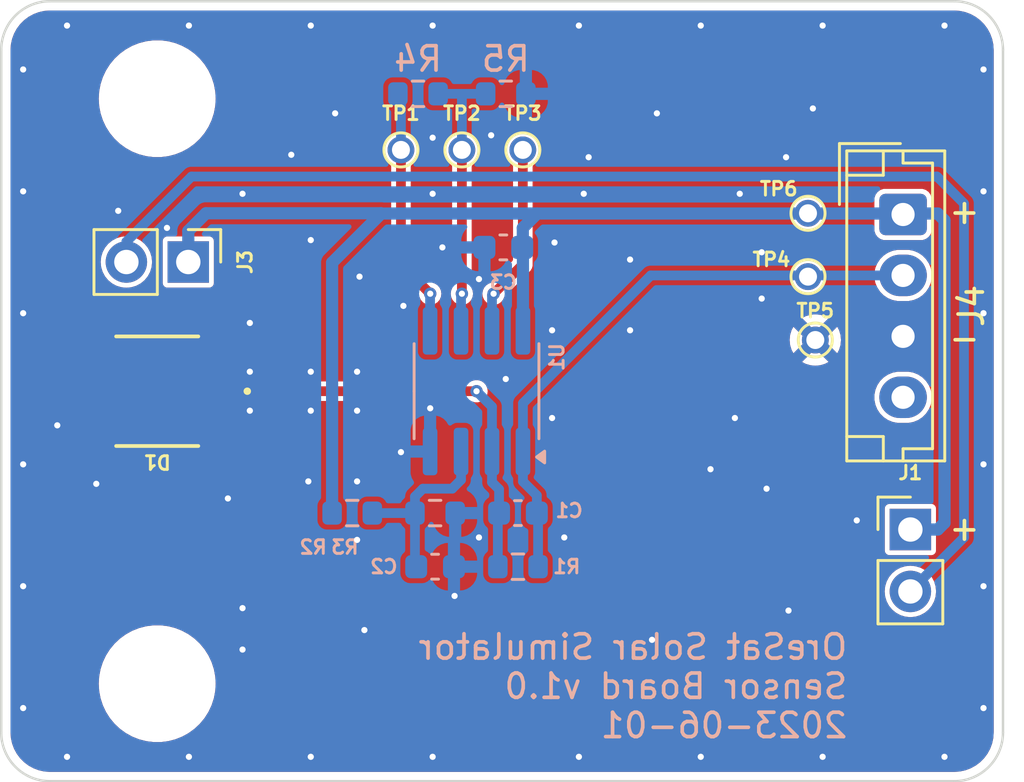
<source format=kicad_pcb>
(kicad_pcb (version 20240108) (generator "pcbnew") (generator_version "8.0")
  (layers (0 "F.Cu" signal) (31 "B.Cu" signal) (34 "B.Paste" user) (35 "F.Paste" user) (36 "B.SilkS" user "B.Silkscreen") (37 "F.SilkS" user "F.Silkscreen") (38 "B.Mask" user) (39 "F.Mask" user) (44 "Edge.Cuts" user))
  (net 0 "")
  (net 1 "Net-(D1-K)")
  (net 2 "Net-(U1A-+)")
  (net 3 "GND")
  (net 4 "Net-(J4-Pin_2)")
  (net 5 "Net-(J1-Pin_2)")
  (net 6 "+3.3V")
  (net 7 "Net-(U1B-+)")
  (net 8 "Net-(U1B--)")
  (net 9 "Net-(TP3-Pad1)")
  (footprint "Connector_JST:JST_EH_B4B-EH-A_1x04_P2.50mm_Vertical" (layer "F.Cu") (at 138.3 60.75 -90)
    (property "Reference" "J4" (at 3.75 -2.8 90) (layer "F.SilkS"))
    (property "Value" "Conn_01x04")
    (fp_line (start -2.91 2.61) (end -0.41 2.61) (stroke (width 0.12)) (layer "F.SilkS"))
    (fp_line (start -2.61 2.31) (end 10.11 2.31) (stroke (width 0.12)) (layer "F.SilkS"))
    (fp_line (start 10.11 2.31) (end 10.11 -1.71) (stroke (width 0.12)) (layer "F.SilkS"))
    (fp_line (start -2.61 0.81) (end -1.61 0.81) (stroke (width 0.12)) (layer "F.SilkS"))
    (fp_line (start -1.61 0.81) (end -1.61 2.31) (stroke (width 0.12)) (layer "F.SilkS"))
    (fp_line (start 9.11 0.81) (end 9.11 2.31) (stroke (width 0.12)) (layer "F.SilkS"))
    (fp_line (start 10.11 0.81) (end 9.11 0.81) (stroke (width 0.12)) (layer "F.SilkS"))
    (fp_line (start -2.91 0.11) (end -2.91 2.61) (stroke (width 0.12)) (layer "F.SilkS"))
    (fp_line (start -2.61 0) (end -2.11 0) (stroke (width 0.12)) (layer "F.SilkS"))
    (fp_line (start -2.11 0) (end -2.11 -1.21) (stroke (width 0.12)) (layer "F.SilkS"))
    (fp_line (start 9.61 0) (end 10.11 0) (stroke (width 0.12)) (layer "F.SilkS"))
    (fp_line (start -2.11 -1.21) (end 9.61 -1.21) (stroke (width 0.12)) (layer "F.SilkS"))
    (fp_line (start 9.61 -1.21) (end 9.61 0) (stroke (width 0.12)) (layer "F.SilkS"))
    (fp_line (start -2.61 -1.71) (end -2.61 2.31) (stroke (width 0.12)) (layer "F.SilkS"))
    (fp_line (start 10.11 -1.71) (end -2.61 -1.71) (stroke (width 0.12)) (layer "F.SilkS"))
    (pad "1" thru_hole roundrect (at 0 0 270) (size 1.7 1.95) (drill 0.95) (layers "*.Cu" "*.Mask") (roundrect_rratio 0.147059) (net 6 "+3.3V"))
    (pad "2" thru_hole oval (at 2.5 0 270) (size 1.7 1.95) (drill 0.95) (layers "*.Cu" "*.Mask") (net 4 "Net-(J4-Pin_2)"))
    (pad "3" thru_hole oval (at 5 0 270) (size 1.7 1.95) (drill 0.95) (layers "*.Cu" "*.Mask") (net 3 "GND"))
    (pad "4" thru_hole oval (at 7.5 0 270) (size 1.7 1.95) (drill 0.95) (layers "*.Cu" "*.Mask"))
  )
  (footprint "oresat-misc:TestPoint-MinTH" (layer "F.Cu") (at 134.4 63.3)
    (property "Reference" "TP4" (at -1.5 -0.7 0) (layer "F.SilkS") (effects (font (size 0.56 0.56) (thickness 0.12))))
    (property "Value" "TestPoint-MinTH" (hide yes))
    (fp_circle (center 0 0) (end 0.7 0) (stroke (width 0.12)) (fill none) (layer "F.SilkS"))
    (pad "1" thru_hole circle (at 0 0) (size 1.1 1.1) (drill 0.7366) (property pad_prop_testpoint) (layers "*.Cu" "*.Mask") (net 4 "Net-(J4-Pin_2)"))
  )
  (footprint "oresat-diodes:PDB-C171" (layer "F.Cu") (at 107.7 68 180)
    (property "Reference" "D1" (at 0 -2.9 180) (layer "F.SilkS") (effects (font (size 0.56 0.56) (thickness 0.12))))
    (property "Value" "PDB-C171SM")
    (fp_line (start 1.68635 -2.2479) (end -1.68635 -2.2479) (stroke (width 0.1524)) (layer "F.SilkS"))
    (fp_line (start -1.68635 2.2479) (end 1.68635 2.2479) (stroke (width 0.1524)) (layer "F.SilkS"))
    (fp_circle (center -3.6957 0) (end -3.6195 0) (stroke (width 0.1524)) (fill none) (layer "F.SilkS"))
    (pad "1" smd rect (at -2.4257 0 180) (size 0.8636 4.2418) (layers "F.Cu" "F.Paste" "F.Mask") (net 1 "Net-(D1-K)"))
    (pad "2" smd rect (at 2.4257 0 180) (size 0.8636 4.2418) (layers "F.Cu" "F.Paste" "F.Mask") (net 3 "GND"))
    (zone (net 0) (net_name "") (layer "F.Cu") (connect_pads (clearance 0)) (min_thickness 0.254)
      (keepout (tracks not_allowed) (vias not_allowed) (pads allowed) (copperpour not_allowed) (footprints allowed))
      (fill (thermal_gap 0.508) (thermal_bridge_width 0.508))
      (polygon (pts (xy 109.6431 70.0701) (xy 105.7569 70.0701) (xy 105.7569 65.9299) (xy 109.6431 65.9299)))
    )
  )
  (footprint "Connector_PinHeader_2.54mm:PinHeader_1x02_P2.54mm_Vertical" (layer "F.Cu") (at 138.6 73.675)
    (property "Reference" "J1" (at 0 -2.33 0) (layer "F.SilkS") (effects (font (size 0.56 0.56) (thickness 0.12))))
    (property "Value" "Conn_01x02")
    (fp_line (start -1.33 -1.33) (end 0 -1.33) (stroke (width 0.12)) (layer "F.SilkS"))
    (fp_line (start -1.33 0) (end -1.33 -1.33) (stroke (width 0.12)) (layer "F.SilkS"))
    (fp_line (start -1.33 1.27) (end -1.33 3.87) (stroke (width 0.12)) (layer "F.SilkS"))
    (fp_line (start -1.33 1.27) (end 1.33 1.27) (stroke (width 0.12)) (layer "F.SilkS"))
    (fp_line (start -1.33 3.87) (end 1.33 3.87) (stroke (width 0.12)) (layer "F.SilkS"))
    (fp_line (start 1.33 1.27) (end 1.33 3.87) (stroke (width 0.12)) (layer "F.SilkS"))
    (pad "1" thru_hole rect (at 0 0) (size 1.7 1.7) (drill 1) (layers "*.Cu" "*.Mask") (net 6 "+3.3V"))
    (pad "2" thru_hole oval (at 0 2.54) (size 1.7 1.7) (drill 1) (layers "*.Cu" "*.Mask") (net 5 "Net-(J1-Pin_2)"))
  )
  (footprint "oresat-misc:TestPoint-MinTH" (layer "F.Cu") (at 117.7 58.1)
    (property "Reference" "TP1" (at 0 -1.5 0) (layer "F.SilkS") (effects (font (size 0.56 0.56) (thickness 0.12))))
    (property "Value" "TestPoint-MinTH" (hide yes))
    (fp_circle (center 0 0) (end 0.7 0) (stroke (width 0.12)) (fill none) (layer "F.SilkS"))
    (pad "1" thru_hole circle (at 0 0) (size 1.1 1.1) (drill 0.7366) (property pad_prop_testpoint) (layers "*.Cu" "*.Mask") (net 7 "Net-(U1B-+)"))
  )
  (footprint "oresat-misc:TestPoint-MinTH" (layer "F.Cu") (at 122.7 58.1)
    (property "Reference" "TP3" (at 0 -1.5 0) (layer "F.SilkS") (effects (font (size 0.56 0.56) (thickness 0.12))))
    (property "Value" "TestPoint-MinTH" (hide yes))
    (fp_circle (center 0 0) (end 0.7 0) (stroke (width 0.12)) (fill none) (layer "F.SilkS"))
    (pad "1" thru_hole circle (at 0 0) (size 1.1 1.1) (drill 0.7366) (property pad_prop_testpoint) (layers "*.Cu" "*.Mask") (net 9 "Net-(TP3-Pad1)"))
  )
  (footprint "Connector_PinHeader_2.54mm:PinHeader_1x02_P2.54mm_Vertical" (layer "F.Cu") (at 108.975 62.7 -90)
    (property "Reference" "J3" (at 0 -2.33 90) (layer "F.SilkS") (effects (font (size 0.56 0.56) (thickness 0.12))))
    (property "Value" "Conn_01x02")
    (fp_line (start -1.33 3.87) (end 1.33 3.87) (stroke (width 0.12)) (layer "F.SilkS"))
    (fp_line (start -1.33 1.27) (end -1.33 3.87) (stroke (width 0.12)) (layer "F.SilkS"))
    (fp_line (start -1.33 1.27) (end 1.33 1.27) (stroke (width 0.12)) (layer "F.SilkS"))
    (fp_line (start 1.33 1.27) (end 1.33 3.87) (stroke (width 0.12)) (layer "F.SilkS"))
    (fp_line (start -1.33 0) (end -1.33 -1.33) (stroke (width 0.12)) (layer "F.SilkS"))
    (fp_line (start -1.33 -1.33) (end 0 -1.33) (stroke (width 0.12)) (layer "F.SilkS"))
    (pad "1" thru_hole rect (at 0 0 270) (size 1.7 1.7) (drill 1) (layers "*.Cu" "*.Mask") (net 6 "+3.3V"))
    (pad "2" thru_hole oval (at 0 2.54 270) (size 1.7 1.7) (drill 1) (layers "*.Cu" "*.Mask") (net 5 "Net-(J1-Pin_2)"))
  )
  (footprint "oresat-misc:TestPoint-MinTH" (layer "F.Cu") (at 134.7 65.9)
    (property "Reference" "TP5" (at 0 -1.2 0) (layer "F.SilkS") (effects (font (size 0.56 0.56) (thickness 0.12))))
    (property "Value" "TestPoint-MinTH" (hide yes))
    (fp_circle (center 0 0) (end 0.7 0) (stroke (width 0.12)) (fill none) (layer "F.SilkS"))
    (pad "1" thru_hole circle (at 0 0) (size 1.1 1.1) (drill 0.7366) (property pad_prop_testpoint) (layers "*.Cu" "*.Mask") (net 3 "GND"))
  )
  (footprint "oresat-misc:TestPoint-MinTH" (layer "F.Cu") (at 120.2 58.1)
    (property "Reference" "TP2" (at 0 -1.5 0) (layer "F.SilkS") (effects (font (size 0.56 0.56) (thickness 0.12))))
    (property "Value" "TestPoint-MinTH" (hide yes))
    (fp_circle (center 0 0) (end 0.7 0) (stroke (width 0.12)) (fill none) (layer "F.SilkS"))
    (pad "1" thru_hole circle (at 0 0) (size 1.1 1.1) (drill 0.7366) (property pad_prop_testpoint) (layers "*.Cu" "*.Mask") (net 8 "Net-(U1B--)"))
  )
  (footprint "oresat-misc:TestPoint-MinTH" (layer "F.Cu") (at 134.4 60.7)
    (property "Reference" "TP6" (at -1.2 -1 0) (layer "F.SilkS") (effects (font (size 0.56 0.56) (thickness 0.12))))
    (property "Value" "TestPoint-MinTH" (hide yes))
    (fp_circle (center 0 0) (end 0.7 0) (stroke (width 0.12)) (fill none) (layer "F.SilkS"))
    (pad "1" thru_hole circle (at 0 0) (size 1.1 1.1) (drill 0.7366) (property pad_prop_testpoint) (layers "*.Cu" "*.Mask") (net 6 "+3.3V"))
  )
  (footprint "Resistor_SMD:R_0603_1608Metric" (layer "B.Cu") (at 122 55.8 180)
    (property "Reference" "R5" (at 0 1.43 0) (layer "B.SilkS") (effects (justify mirror)))
    (property "Value" "0")
    (fp_line (start 0.237258 0.5225) (end -0.237258 0.5225) (stroke (width 0.12)) (layer "B.SilkS"))
    (fp_line (start 0.237258 -0.5225) (end -0.237258 -0.5225) (stroke (width 0.12)) (layer "B.SilkS"))
    (pad "1" smd roundrect (at -0.825 0 180) (size 0.8 0.95) (layers "B.Cu" "B.Paste" "B.Mask") (net 3 "GND"))
    (pad "2" smd roundrect (at 0.825 0 180) (size 0.8 0.95) (layers "B.Cu" "B.Paste" "B.Mask") (net 8 "Net-(U1B--)"))
  )
  (footprint "Resistor_SMD:R_0603_1608Metric" (layer "B.Cu") (at 122.5 75.2)
    (property "Reference" "R1" (at 2 0 0) (layer "B.SilkS") (effects (font (size 0.56 0.56) (thickness 0.12)) (justify mirror)))
    (property "Value" "1k")
    (fp_line (start 0.237258 -0.5225) (end -0.237258 -0.5225) (stroke (width 0.12)) (layer "B.SilkS"))
    (fp_line (start 0.237258 0.5225) (end -0.237258 0.5225) (stroke (width 0.12)) (layer "B.SilkS"))
    (pad "1" smd roundrect (at -0.825 0) (size 0.8 0.95) (layers "B.Cu" "B.Paste" "B.Mask") (net 1 "Net-(D1-K)"))
    (pad "2" smd roundrect (at 0.825 0) (size 0.8 0.95) (layers "B.Cu" "B.Paste" "B.Mask") (net 4 "Net-(J4-Pin_2)"))
  )
  (footprint "Resistor_SMD:R_0603_1608Metric" (layer "B.Cu") (at 118.4 55.8 180)
    (property "Reference" "R4" (at 0 1.43 0) (layer "B.SilkS") (effects (justify mirror)))
    (property "Value" "0")
    (fp_line (start 0.237258 0.5225) (end -0.237258 0.5225) (stroke (width 0.12)) (layer "B.SilkS"))
    (fp_line (start 0.237258 -0.5225) (end -0.237258 -0.5225) (stroke (width 0.12)) (layer "B.SilkS"))
    (pad "1" smd roundrect (at -0.825 0 180) (size 0.8 0.95) (layers "B.Cu" "B.Paste" "B.Mask") (net 8 "Net-(U1B--)"))
    (pad "2" smd roundrect (at 0.825 0 180) (size 0.8 0.95) (layers "B.Cu" "B.Paste" "B.Mask") (net 7 "Net-(U1B-+)"))
  )
  (footprint "Resistor_SMD:R_0603_1608Metric" (layer "B.Cu") (at 119.1 73 180)
    (property "Reference" "R3" (at 3.7 -1.4 0) (layer "B.SilkS") (effects (font (size 0.56 0.56) (thickness 0.12)) (justify mirror)))
    (property "Value" "0")
    (fp_line (start 0.237258 0.5225) (end -0.237258 0.5225) (stroke (width 0.12)) (layer "B.SilkS"))
    (fp_line (start 0.237258 -0.5225) (end -0.237258 -0.5225) (stroke (width 0.12)) (layer "B.SilkS"))
    (pad "1" smd roundrect (at -0.825 0 180) (size 0.8 0.95) (layers "B.Cu" "B.Paste" "B.Mask") (net 3 "GND"))
    (pad "2" smd roundrect (at 0.825 0 180) (size 0.8 0.95) (layers "B.Cu" "B.Paste" "B.Mask") (net 2 "Net-(U1A-+)"))
  )
  (footprint "Capacitor_SMD:C_0603_1608Metric" (layer "B.Cu") (at 119.1 75.2 180)
    (property "Reference" "C2" (at 2.1 0 0) (layer "B.SilkS") (effects (font (size 0.56 0.56) (thickness 0.12)) (justify mirror)))
    (property "Value" "NP" (hide yes))
    (fp_line (start 0.14058 0.51) (end -0.14058 0.51) (stroke (width 0.12)) (layer "B.SilkS"))
    (fp_line (start 0.14058 -0.51) (end -0.14058 -0.51) (stroke (width 0.12)) (layer "B.SilkS"))
    (pad "1" smd roundrect (at -0.775 0 180) (size 0.9 0.95) (layers "B.Cu" "B.Paste" "B.Mask") (net 3 "GND"))
    (pad "2" smd roundrect (at 0.775 0 180) (size 0.9 0.95) (layers "B.Cu" "B.Paste" "B.Mask") (net 2 "Net-(U1A-+)"))
  )
  (footprint "Capacitor_SMD:C_0603_1608Metric" (layer "B.Cu") (at 122.5 73)
    (property "Reference" "C1" (at 2.1 -0.1 0) (layer "B.SilkS") (effects (font (size 0.56 0.56) (thickness 0.12)) (justify mirror)))
    (property "Value" "100n")
    (fp_line (start 0.14058 -0.51) (end -0.14058 -0.51) (stroke (width 0.12)) (layer "B.SilkS"))
    (fp_line (start 0.14058 0.51) (end -0.14058 0.51) (stroke (width 0.12)) (layer "B.SilkS"))
    (pad "1" smd roundrect (at -0.775 0) (size 0.9 0.95) (layers "B.Cu" "B.Paste" "B.Mask") (net 1 "Net-(D1-K)"))
    (pad "2" smd roundrect (at 0.775 0) (size 0.9 0.95) (layers "B.Cu" "B.Paste" "B.Mask") (net 4 "Net-(J4-Pin_2)"))
  )
  (footprint "Resistor_SMD:R_0603_1608Metric" (layer "B.Cu") (at 115.7 73 180)
    (property "Reference" "R2" (at 1.6 -1.4 0) (layer "B.SilkS") (effects (font (size 0.56 0.56) (thickness 0.12)) (justify mirror)))
    (property "Value" "NP")
    (fp_line (start 0.237258 0.5225) (end -0.237258 0.5225) (stroke (width 0.12)) (layer "B.SilkS"))
    (fp_line (start 0.237258 -0.5225) (end -0.237258 -0.5225) (stroke (width 0.12)) (layer "B.SilkS"))
    (pad "1" smd roundrect (at -0.825 0 180) (size 0.8 0.95) (layers "B.Cu" "B.Paste" "B.Mask") (net 2 "Net-(U1A-+)"))
    (pad "2" smd roundrect (at 0.825 0 180) (size 0.8 0.95) (layers "B.Cu" "B.Paste" "B.Mask") (net 6 "+3.3V"))
  )
  (footprint "Capacitor_SMD:C_0603_1608Metric" (layer "B.Cu") (at 121.9 62.1)
    (property "Reference" "C3" (at 0 1.43 0) (layer "B.SilkS") (effects (font (size 0.56 0.56) (thickness 0.12)) (justify mirror)))
    (property "Value" "1u")
    (fp_line (start 0.14058 -0.51) (end -0.14058 -0.51) (stroke (width 0.12)) (layer "B.SilkS"))
    (fp_line (start 0.14058 0.51) (end -0.14058 0.51) (stroke (width 0.12)) (layer "B.SilkS"))
    (pad "1" smd roundrect (at -0.775 0) (size 0.9 0.95) (layers "B.Cu" "B.Paste" "B.Mask") (net 3 "GND"))
    (pad "2" smd roundrect (at 0.775 0) (size 0.9 0.95) (layers "B.Cu" "B.Paste" "B.Mask") (net 6 "+3.3V"))
  )
  (footprint "Package_SO:SOIC-8_3.9x4.9mm_P1.27mm" (layer "B.Cu") (at 120.8 68 90)
    (property "Reference" "U1" (at 1.4 3.3 90) (layer "B.SilkS") (effects (font (size 0.56 0.56) (thickness 0.12)) (justify mirror)))
    (property "Value" "NE5532")
    (fp_line (start 1.95 -2.56) (end 0 -2.56) (stroke (width 0.12)) (layer "B.SilkS"))
    (fp_line (start -1.95 -2.56) (end 0 -2.56) (stroke (width 0.12)) (layer "B.SilkS"))
    (fp_line (start 1.95 2.56) (end 0 2.56) (stroke (width 0.12)) (layer "B.SilkS"))
    (fp_line (start -1.95 2.56) (end 0 2.56) (stroke (width 0.12)) (layer "B.SilkS"))
    (fp_poly (pts (xy -2.7 2.465) (xy -2.94 2.795) (xy -2.46 2.795) (xy -2.7 2.465)) (stroke (width 0.12)) (fill solid) (layer "B.SilkS"))
    (pad "1" smd roundrect (at -2.475 1.905 90) (size 1.95 0.6) (layers "B.Cu" "B.Paste" "B.Mask") (net 4 "Net-(J4-Pin_2)"))
    (pad "2" smd roundrect (at -2.475 0.635 90) (size 1.95 0.6) (layers "B.Cu" "B.Paste" "B.Mask") (net 1 "Net-(D1-K)"))
    (pad "3" smd roundrect (at -2.475 -0.635 90) (size 1.95 0.6) (layers "B.Cu" "B.Paste" "B.Mask") (net 2 "Net-(U1A-+)"))
    (pad "4" smd roundrect (at -2.475 -1.905 90) (size 1.95 0.6) (layers "B.Cu" "B.Paste" "B.Mask") (net 3 "GND"))
    (pad "5" smd roundrect (at 2.475 -1.905 90) (size 1.95 0.6) (layers "B.Cu" "B.Paste" "B.Mask") (net 7 "Net-(U1B-+)"))
    (pad "6" smd roundrect (at 2.475 -0.635 90) (size 1.95 0.6) (layers "B.Cu" "B.Paste" "B.Mask") (net 8 "Net-(U1B--)"))
    (pad "7" smd roundrect (at 2.475 0.635 90) (size 1.95 0.6) (layers "B.Cu" "B.Paste" "B.Mask") (net 9 "Net-(TP3-Pad1)"))
    (pad "8" smd roundrect (at 2.475 1.905 90) (size 1.95 0.6) (layers "B.Cu" "B.Paste" "B.Mask") (net 6 "+3.3V"))
  )
  (gr_line (start 140.4 52) (end 103.3 52) (stroke (width 0.1)) (layer "Edge.Cuts"))
  (gr_arc (start 101.3 54) (mid 101.885786 52.585786) (end 103.3 52) (stroke (width 0.1)) (layer "Edge.Cuts"))
  (gr_line (start 101.3 54) (end 101.3 82) (stroke (width 0.1)) (layer "Edge.Cuts"))
  (gr_arc (start 103.3 84) (mid 101.885786 83.414214) (end 101.3 82) (stroke (width 0.1)) (layer "Edge.Cuts"))
  (gr_arc (start 142.4 82) (mid 141.814214 83.414214) (end 140.4 84) (stroke (width 0.1)) (layer "Edge.Cuts"))
  (gr_line (start 142.4 54) (end 142.4 82) (stroke (width 0.1)) (layer "Edge.Cuts"))
  (gr_line (start 103.3 84) (end 140.4 84) (stroke (width 0.1)) (layer "Edge.Cuts"))
  (gr_arc (start 140.4 52) (mid 141.814214 52.585786) (end 142.4 54) (stroke (width 0.1)) (layer "Edge.Cuts"))
  (gr_text "OreSat Solar Simulator\nSensor Board v1.0\n2023-06-01" (at 136.1 82.3 0) (layer "B.SilkS") (effects (font (size 1 1)) (justify left bottom mirror)))
  (gr_text "-" (at 140.1 66.4 0) (layer "F.SilkS") (effects (font (size 1 1)) (justify left bottom)))
  (gr_text "+" (at 140.1 61.2 0) (layer "F.SilkS") (effects (font (size 1 1)) (justify left bottom)))
  (gr_text "+" (at 140.1 74.2 0) (layer "F.SilkS") (effects (font (size 1 1)) (justify left bottom)))
  (segment (start 120.8 68) (end 110 68) (width 0.4) (layer "F.Cu") (net 1))
  (via (at 120.8 68) (size 0.508) (drill 0.254) (layers "F.Cu" "B.Cu") (net 1))
  (segment (start 121.675 73.05) (end 121.725 73) (width 0.4) (layer "B.Cu") (net 1))
  (segment (start 121.435 70.475) (end 121.435 71.735) (width 0.4) (layer "B.Cu") (net 1))
  (segment (start 121.435 71.735) (end 121.725 72.025) (width 0.4) (layer "B.Cu") (net 1))
  (segment (start 121.725 72.025) (end 121.725 73) (width 0.4) (layer "B.Cu") (net 1))
  (segment (start 121.435 68.635) (end 120.8 68) (width 0.4) (layer "B.Cu") (net 1))
  (segment (start 121.435 70.475) (end 121.435 68.635) (width 0.4) (layer "B.Cu") (net 1))
  (segment (start 121.675 75.2) (end 121.675 73.05) (width 0.4) (layer "B.Cu") (net 1))
  (segment (start 120.165 70.475) (end 120.165 71.635) (width 0.4) (layer "B.Cu") (net 2))
  (segment (start 118.275 72.325) (end 118.275 73) (width 0.4) (layer "B.Cu") (net 2))
  (segment (start 118.275 75.15) (end 118.325 75.2) (width 0.4) (layer "B.Cu") (net 2))
  (segment (start 118.275 73) (end 116.525 73) (width 0.4) (layer "B.Cu") (net 2))
  (segment (start 118.275 73) (end 118.275 75.15) (width 0.4) (layer "B.Cu") (net 2))
  (segment (start 119.8 72) (end 118.6 72) (width 0.4) (layer "B.Cu") (net 2))
  (segment (start 118.6 72) (end 118.275 72.325) (width 0.4) (layer "B.Cu") (net 2))
  (segment (start 120.165 71.635) (end 119.8 72) (width 0.4) (layer "B.Cu") (net 2))
  (via (at 116 63.3) (size 0.508) (drill 0.254) (layers "F.Cu" "B.Cu") (net 3))
  (via (at 106.1 60.6) (size 0.508) (drill 0.254) (layers "F.Cu" "B.Cu") (net 3))
  (via (at 115 56.6) (size 0.508) (drill 0.254) (layers "F.Cu" "B.Cu") (net 3))
  (via (at 119 53) (size 0.508) (drill 0.254) (layers "F.Cu" "B.Cu") (net 3))
  (via (at 120.9 63.4) (size 0.508) (drill 0.254) (layers "F.Cu" "B.Cu") (net 3))
  (via (at 119.9 76.4) (size 0.508) (drill 0.254) (layers "F.Cu" "B.Cu") (net 3))
  (via (at 114 61.8) (size 0.508) (drill 0.254) (layers "F.Cu" "B.Cu") (net 3))
  (via (at 117.8 64.5) (size 0.508) (drill 0.254) (layers "F.Cu" "B.Cu") (net 3))
  (via (at 113.9 71.7) (size 0.508) (drill 0.254) (layers "F.Cu" "B.Cu") (net 3))
  (via (at 114 68.8) (size 0.508) (drill 0.254) (layers "F.Cu" "B.Cu") (net 3))
  (via (at 113.2 58.3) (size 0.508) (drill 0.254) (layers "F.Cu" "B.Cu") (net 3))
  (via (at 123.9 69.1) (size 0.508) (drill 0.254) (layers "F.Cu" "B.Cu") (net 3))
  (via (at 102.2 81) (size 0.508) (drill 0.254) (layers "F.Cu" "B.Cu") (net 3))
  (via (at 132.5 62.3) (size 0.508) (drill 0.254) (layers "F.Cu" "B.Cu") (net 3))
  (via (at 125 53) (size 0.508) (drill 0.254) (layers "F.Cu" "B.Cu") (net 3))
  (via (at 115.9 74.1) (size 0.508) (drill 0.254) (layers "F.Cu" "B.Cu") (net 3))
  (via (at 131.4 69.1) (size 0.508) (drill 0.254) (layers "F.Cu" "B.Cu") (net 3))
  (via (at 102.2 54.8) (size 0.508) (drill 0.254) (layers "F.Cu" "B.Cu") (net 3))
  (via (at 104 53) (size 0.508) (drill 0.254) (layers "F.Cu" "B.Cu") (net 3))
  (via (at 116.2 77.8) (size 0.508) (drill 0.254) (layers "F.Cu" "B.Cu") (net 3))
  (via (at 127.1 65.5) (size 0.508) (drill 0.254) (layers "F.Cu" "B.Cu") (net 3))
  (via (at 141.6 54.8) (size 0.508) (drill 0.254) (layers "F.Cu" "B.Cu") (net 3))
  (via (at 103.6 69.4) (size 0.508) (drill 0.254) (layers "F.Cu" "B.Cu") (net 3))
  (via (at 119 59.9) (size 0.508) (drill 0.254) (layers "F.Cu" "B.Cu") (net 3))
  (via (at 111.5 65.2) (size 0.508) (drill 0.254) (layers "F.Cu" "B.Cu") (net 3))
  (via (at 108.1 61.3) (size 0.508) (drill 0.254) (layers "F.Cu" "B.Cu") (net 3))
  (via (at 118.9 68.7) (size 0.508) (drill 0.254) (layers "F.Cu" "B.Cu") (net 3))
  (via (at 141.6 81) (size 0.508) (drill 0.254) (layers "F.Cu" "B.Cu") (net 3))
  (via (at 128.2 56.6) (size 0.508) (drill 0.254) (layers "F.Cu" "B.Cu") (net 3))
  (via (at 125.4 58.4) (size 0.508) (drill 0.254) (layers "F.Cu" "B.Cu") (net 3))
  (via (at 141.6 76) (size 0.508) (drill 0.254) (layers "F.Cu" "B.Cu") (net 3))
  (via (at 122 67.5) (size 0.508) (drill 0.254) (layers "F.Cu" "B.Cu") (net 3))
  (via (at 111.5 68.8) (size 0.508) (drill 0.254) (layers "F.Cu" "B.Cu") (net 3))
  (via (at 109 53) (size 0.508) (drill 0.254) (layers "F.Cu" "B.Cu") (net 3))
  (via (at 102.2 71) (size 0.508) (drill 0.254) (layers "F.Cu" "B.Cu") (net 3))
  (via (at 132.5 64.2) (size 0.508) (drill 0.254) (layers "F.Cu" "B.Cu") (net 3))
  (via (at 111.2 59.9) (size 0.508) (drill 0.254) (layers "F.Cu" "B.Cu") (net 3))
  (via (at 133.6 77) (size 0.508) (drill 0.254) (layers "F.Cu" "B.Cu") (net 3))
  (via (at 117.7 70.5) (size 0.508) (drill 0.254) (layers "F.Cu" "B.Cu") (net 3))
  (via (at 111.2 76.9) (size 0.508) (drill 0.254) (layers "F.Cu" "B.Cu") (net 3))
  (via (at 135 53) (size 0.508) (drill 0.254) (layers "F.Cu" "B.Cu") (net 3))
  (via (at 119.4 62.1) (size 0.508) (drill 0.254) (layers "F.Cu" "B.Cu") (net 3))
  (via (at 102.2 64.8) (size 0.508) (drill 0.254) (layers "F.Cu" "B.Cu") (net 3))
  (via (at 115.9 68.8) (size 0.508) (drill 0.254) (layers "F.Cu" "B.Cu") (net 3))
  (via (at 111.2 78.6) (size 0.508) (drill 0.254) (layers "F.Cu" "B.Cu") (net 3))
  (via (at 114 83) (size 0.508) (drill 0.254) (layers "F.Cu" "B.Cu") (net 3))
  (via (at 125 83) (size 0.508) (drill 0.254) (layers "F.Cu" "B.Cu") (net 3))
  (via (at 119 57.6) (size 0.508) (drill 0.254) (layers "F.Cu" "B.Cu") (net 3))
  (via (at 141.6 64.8) (size 0.508) (drill 0.254) (layers "F.Cu" "B.Cu") (net 3))
  (via (at 114 53) (size 0.508) (drill 0.254) (layers "F.Cu" "B.Cu") (net 3))
  (via (at 133.5 58.4) (size 0.508) (drill 0.254) (layers "F.Cu" "B.Cu") (net 3))
  (via (at 128 78.2) (size 0.508) (drill 0.254) (layers "F.Cu" "B.Cu") (net 3))
  (via (at 134.6 56.4) (size 0.508) (drill 0.254) (layers "F.Cu" "B.Cu") (net 3))
  (via (at 124 61.9) (size 0.508) (drill 0.254) (layers "F.Cu" "B.Cu") (net 3))
  (via (at 124.4 74) (size 0.508) (drill 0.254) (layers "F.Cu" "B.Cu") (net 3))
  (via (at 105.2 71.8) (size 0.508) (drill 0.254) (layers "F.Cu" "B.Cu") (net 3))
  (via (at 125.2 59.9) (size 0.508) (drill 0.254) (layers "F.Cu" "B.Cu") (net 3))
  (via (at 130 83) (size 0.508) (drill 0.254) (layers "F.Cu" "B.Cu") (net 3))
  (via (at 102.2 59.8) (size 0.508) (drill 0.254) (layers "F.Cu" "B.Cu") (net 3))
  (via (at 135 83) (size 0.508) (drill 0.254) (layers "F.Cu" "B.Cu") (net 3))
  (via (at 111.5 67.2) (size 0.508) (drill 0.254) (layers "F.Cu" "B.Cu") (net 3))
  (via (at 140 53) (size 0.508) (drill 0.254) (layers "F.Cu" "B.Cu") (net 3))
  (via (at 123.9 65.5) (size 0.508) (drill 0.254) (layers "F.Cu" "B.Cu") (net 3))
  (via (at 110.6 72.4) (size 0.508) (drill 0.254) (layers "F.Cu" "B.Cu") (net 3))
  (via (at 132.7 72) (size 0.508) (drill 0.254) (layers "F.Cu" "B.Cu") (net 3))
  (via (at 130 53) (size 0.508) (drill 0.254) (layers "F.Cu" "B.Cu") (net 3))
  (via (at 127.1 62.6) (size 0.508) (drill 0.254) (layers "F.Cu" "B.Cu") (net 3))
  (via (at 131.6 59.9) (size 0.508) (drill 0.254) (layers "F.Cu" "B.Cu") (net 3))
  (via (at 114 67.2) (size 0.508) (drill 0.254) (layers "F.Cu" "B.Cu") (net 3))
  (via (at 121.4 57.5) (size 0.508) (drill 0.254) (layers "F.Cu" "B.Cu") (net 3))
  (via (at 141.6 59.8) (size 0.508) (drill 0.254) (layers "F.Cu" "B.Cu") (net 3))
  (via (at 115.9 71.7) (size 0.508) (drill 0.254) (layers "F.Cu" "B.Cu") (net 3))
  (via (at 141.6 71) (size 0.508) (drill 0.254) (layers "F.Cu" "B.Cu") (net 3))
  (via (at 136.4 73.3) (size 0.508) (drill 0.254) (layers "F.Cu" "B.Cu") (net 3))
  (via (at 104 83) (size 0.508) (drill 0.254) (layers "F.Cu" "B.Cu") (net 3))
  (via (at 109 83) (size 0.508) (drill 0.254) (layers "F.Cu" "B.Cu") (net 3))
  (via (at 115.9 67.2) (size 0.508) (drill 0.254) (layers "F.Cu" "B.Cu") (net 3))
  (via (at 102.2 76) (size 0.508) (drill 0.254) (layers "F.Cu" "B.Cu") (net 3))
  (via (at 140 83) (size 0.508) (drill 0.254) (layers "F.Cu" "B.Cu") (net 3))
  (via (at 119 83) (size 0.508) (drill 0.254) (layers "F.Cu" "B.Cu") (net 3))
  (via (at 130.4 71.2) (size 0.508) (drill 0.254) (layers "F.Cu" "B.Cu") (net 3))
  (via (at 120.9 74) (size 0.508) (drill 0.254) (layers "F.Cu" "B.Cu") (net 3))
  (segment (start 123.325 75.2) (end 123.325 73.05) (width 0.4) (layer "B.Cu") (net 4))
  (segment (start 127.95 63.25) (end 138.6 63.25) (width 0.4) (layer "B.Cu") (net 4))
  (segment (start 122.705 70.475) (end 122.705 71.705) (width 0.4) (layer "B.Cu") (net 4))
  (segment (start 123.275 72.275) (end 123.275 73) (width 0.4) (layer "B.Cu") (net 4))
  (segment (start 122.705 68.495) (end 127.95 63.25) (width 0.4) (layer "B.Cu") (net 4))
  (segment (start 122.705 71.705) (end 123.275 72.275) (width 0.4) (layer "B.Cu") (net 4))
  (segment (start 122.705 70.475) (end 122.705 68.495) (width 0.4) (layer "B.Cu") (net 4))
  (segment (start 123.325 73.05) (end 123.275 73) (width 0.4) (layer "B.Cu") (net 4))
  (segment (start 106.435 61.865) (end 106.435 62.7) (width 0.4) (layer "B.Cu") (net 5))
  (segment (start 140.8 60.3) (end 139.6936 59.1936) (width 0.4) (layer "B.Cu") (net 5))
  (segment (start 138.6 76.2) (end 140.8 74) (width 0.4) (layer "B.Cu") (net 5))
  (segment (start 109.1064 59.1936) (end 106.435 61.865) (width 0.4) (layer "B.Cu") (net 5))
  (segment (start 138.6 76.215) (end 138.6 76.2) (width 0.4) (layer "B.Cu") (net 5))
  (segment (start 140.8 74) (end 140.8 60.3) (width 0.4) (layer "B.Cu") (net 5))
  (segment (start 139.6936 59.1936) (end 109.1064 59.1936) (width 0.4) (layer "B.Cu") (net 5))
  (segment (start 122.7 62.075) (end 122.675 62.1) (width 0.5) (layer "B.Cu") (net 6))
  (segment (start 123.29 60.71) (end 116.89 60.71) (width 0.5) (layer "B.Cu") (net 6))
  (segment (start 122.705 65.525) (end 122.705 62.13) (width 0.5) (layer "B.Cu") (net 6))
  (segment (start 140 60.99) (end 139.72 60.71) (width 0.5) (layer "B.Cu") (net 6))
  (segment (start 116.89 60.71) (end 114.875 62.725) (width 0.5) (layer "B.Cu") (net 6))
  (segment (start 138.6 73.675) (end 139.725 73.675) (width 0.5) (layer "B.Cu") (net 6))
  (segment (start 122.7 61.3) (end 122.7 62.075) (width 0.5) (layer "B.Cu") (net 6))
  (segment (start 116.88 60.7) (end 116.89 60.71) (width 0.5) (layer "B.Cu") (net 6))
  (segment (start 108.975 61.425) (end 109.7 60.7) (width 0.5) (layer "B.Cu") (net 6))
  (segment (start 109.7 60.7) (end 116.88 60.7) (width 0.5) (layer "B.Cu") (net 6))
  (segment (start 123.29 60.71) (end 122.7 61.3) (width 0.5) (layer "B.Cu") (net 6))
  (segment (start 108.975 62.7) (end 108.975 61.425) (width 0.5) (layer "B.Cu") (net 6))
  (segment (start 138.6 60.71) (end 123.29 60.71) (width 0.5) (layer "B.Cu") (net 6))
  (segment (start 139.725 73.675) (end 140 73.4) (width 0.5) (layer "B.Cu") (net 6))
  (segment (start 114.875 62.725) (end 114.875 73) (width 0.5) (layer "B.Cu") (net 6))
  (segment (start 122.705 62.13) (end 122.675 62.1) (width 0.5) (layer "B.Cu") (net 6))
  (segment (start 139.72 60.71) (end 138.6 60.71) (width 0.5) (layer "B.Cu") (net 6))
  (segment (start 140 73.4) (end 140 60.99) (width 0.5) (layer "B.Cu") (net 6))
  (segment (start 117.7 62.8) (end 117.7 58.1) (width 0.4) (layer "F.Cu") (net 7))
  (segment (start 118.9 64) (end 117.7 62.8) (width 0.4) (layer "F.Cu") (net 7))
  (via (at 118.9 64) (size 0.508) (drill 0.254) (layers "F.Cu" "B.Cu") (net 7))
  (segment (start 117.7 55.925) (end 117.575 55.8) (width 0.4) (layer "B.Cu") (net 7))
  (segment (start 117.7 58.1) (end 117.7 55.925) (width 0.4) (layer "B.Cu") (net 7))
  (segment (start 118.895 64.005) (end 118.9 64) (width 0.4) (layer "B.Cu") (net 7))
  (segment (start 118.895 65.525) (end 118.895 64.005) (width 0.4) (layer "B.Cu") (net 7))
  (segment (start 120.2 64) (end 120.2 58.1) (width 0.4) (layer "F.Cu") (net 8))
  (via (at 120.2 64) (size 0.508) (drill 0.254) (layers "F.Cu" "B.Cu") (net 8))
  (segment (start 120.2 55.8) (end 121.175 55.8) (width 0.4) (layer "B.Cu") (net 8))
  (segment (start 120.165 64.035) (end 120.2 64) (width 0.4) (layer "B.Cu") (net 8))
  (segment (start 120.2 55.8) (end 119.225 55.8) (width 0.4) (layer "B.Cu") (net 8))
  (segment (start 120.165 65.525) (end 120.165 64.035) (width 0.4) (layer "B.Cu") (net 8))
  (segment (start 120.2 58.1) (end 120.2 55.8) (width 0.4) (layer "B.Cu") (net 8))
  (segment (start 121.5 64) (end 122.7 62.8) (width 0.4) (layer "F.Cu") (net 9))
  (segment (start 122.7 62.8) (end 122.7 58.1) (width 0.4) (layer "F.Cu") (net 9))
  (via (at 121.5 64) (size 0.508) (drill 0.254) (layers "F.Cu" "B.Cu") (net 9))
  (segment (start 121.435 64.065) (end 121.5 64) (width 0.4) (layer "B.Cu") (net 9))
  (segment (start 121.435 65.525) (end 121.435 64.065) (width 0.4) (layer "B.Cu") (net 9))
  (zone (net 0) (net_name "") (layers "F&B.Cu") (connect_pads (clearance 0)) (min_thickness 0.2)
    (keepout (tracks allowed) (vias allowed) (pads allowed) (copperpour not_allowed) (footprints allowed))
    (fill (thermal_gap 0.5) (thermal_bridge_width 0.5))
    (polygon (pts (xy 110.1 80) (xy 110.081075 79.6992) (xy 110.0246 79.403144) (xy 109.931464 79.116501) (xy 109.803136 78.843791) (xy 109.641641 78.589315) (xy 109.449525 78.357087) (xy 109.229818 78.150768) (xy 108.985984 77.973613) (xy 108.72187 77.828415) (xy 108.441641 77.717464) (xy 108.149715 77.642511) (xy 107.850697 77.604736) (xy 107.549303 77.604736) (xy 107.250285 77.642511) (xy 106.958359 77.717464) (xy 106.67813 77.828415) (xy 106.414016 77.973613) (xy 106.170182 78.150768) (xy 105.950475 78.357087) (xy 105.758359 78.589315) (xy 105.596864 78.843791) (xy 105.468536 79.116501) (xy 105.3754 79.403144) (xy 105.318925 79.6992) (xy 105.3 80) (xy 105.318925 80.3008) (xy 105.3754 80.596856) (xy 105.468536 80.883499) (xy 105.596864 81.156209) (xy 105.758359 81.410685) (xy 105.950475 81.642913) (xy 106.170182 81.849232) (xy 106.414016 82.026387) (xy 106.67813 82.171585) (xy 106.958359 82.282536) (xy 107.250285 82.357489) (xy 107.549303 82.395264) (xy 107.850697 82.395264) (xy 108.149715 82.357489) (xy 108.441641 82.282536) (xy 108.72187 82.171585) (xy 108.985984 82.026387) (xy 109.229818 81.849232) (xy 109.449525 81.642913) (xy 109.641641 81.410685) (xy 109.803136 81.156209) (xy 109.931464 80.883499) (xy 110.0246 80.596856) (xy 110.081075 80.3008)))
  )
  (zone (net 3) (net_name "GND") (layers "F&B.Cu") (connect_pads (clearance 0.2)) (min_thickness 0.2) (fill yes (thermal_gap 0.5) (thermal_bridge_width 0.5))
    (polygon (pts (xy 142.4 52) (xy 101.3 52) (xy 101.3 84) (xy 142.4 84)))
  )
  (zone (net 0) (net_name "") (layers "F&B.Cu") (connect_pads (clearance 0)) (min_thickness 0.2)
    (keepout (tracks allowed) (vias allowed) (pads allowed) (copperpour not_allowed) (footprints allowed))
    (fill (thermal_gap 0.5) (thermal_bridge_width 0.5))
    (polygon (pts (xy 110.1 56) (xy 110.081075 55.6992) (xy 110.0246 55.403144) (xy 109.931464 55.116501) (xy 109.803136 54.843791) (xy 109.641641 54.589315) (xy 109.449525 54.357087) (xy 109.229818 54.150768) (xy 108.985984 53.973613) (xy 108.72187 53.828415) (xy 108.441641 53.717464) (xy 108.149715 53.642511) (xy 107.850697 53.604736) (xy 107.549303 53.604736) (xy 107.250285 53.642511) (xy 106.958359 53.717464) (xy 106.67813 53.828415) (xy 106.414016 53.973613) (xy 106.170182 54.150768) (xy 105.950475 54.357087) (xy 105.758359 54.589315) (xy 105.596864 54.843791) (xy 105.468536 55.116501) (xy 105.3754 55.403144) (xy 105.318925 55.6992) (xy 105.3 56) (xy 105.318925 56.3008) (xy 105.3754 56.596856) (xy 105.468536 56.883499) (xy 105.596864 57.156209) (xy 105.758359 57.410685) (xy 105.950475 57.642913) (xy 106.170182 57.849232) (xy 106.414016 58.026387) (xy 106.67813 58.171585) (xy 106.958359 58.282536) (xy 107.250285 58.357489) (xy 107.549303 58.395264) (xy 107.850697 58.395264) (xy 108.149715 58.357489) (xy 108.441641 58.282536) (xy 108.72187 58.171585) (xy 108.985984 58.026387) (xy 109.229818 57.849232) (xy 109.449525 57.642913) (xy 109.641641 57.410685) (xy 109.803136 57.156209) (xy 109.931464 56.883499) (xy 110.0246 56.596856) (xy 110.081075 56.3008)))
  )
)
</source>
